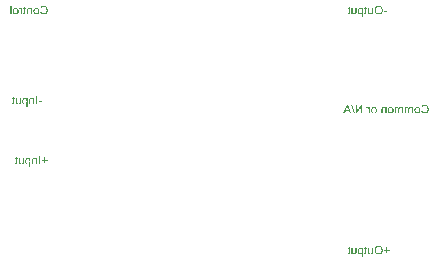
<source format=gbo>
%FSLAX33Y33*%
%MOMM*%
%LNbottom silkscreen_traces*%
%LNbottom silkscreen component c304839c2677ef3f*%
G36*
G01*
X60452Y2404D02*
X60452Y2603D01*
X60649Y2603D01*
X60649Y2686D01*
X60452Y2686D01*
X60452Y2884D01*
X60367Y2884D01*
X60367Y2686D01*
X60169Y2686D01*
X60169Y2603D01*
X60367Y2603D01*
X60367Y2404D01*
X60452Y2404D01*
X60452Y2404D01*
X60064Y2640D02*
X60057Y2726D01*
X60039Y2802D01*
X60009Y2868D01*
X59966Y2924D01*
X59914Y2969D01*
X59855Y3001D01*
X59789Y3020D01*
X59715Y3026D01*
X59666Y3023D01*
X59620Y3014D01*
X59575Y2999D01*
X59534Y2978D01*
X59496Y2952D01*
X59462Y2920D01*
X59434Y2885D01*
X59410Y2844D01*
X59392Y2799D01*
X59379Y2752D01*
X59371Y2702D01*
X59368Y2649D01*
X59371Y2595D01*
X59379Y2544D01*
X59393Y2496D01*
X59413Y2451D01*
X59437Y2410D01*
X59467Y2374D01*
X59501Y2344D01*
X59539Y2318D01*
X59581Y2299D01*
X59624Y2285D01*
X59649Y2280D01*
X59664Y2361D01*
X59617Y2375D01*
X59575Y2399D01*
X59537Y2432D01*
X59507Y2475D01*
X59485Y2525D01*
X59472Y2583D01*
X59467Y2649D01*
X59469Y2692D01*
X59475Y2732D01*
X59484Y2770D01*
X59497Y2804D01*
X59514Y2835D01*
X59534Y2863D01*
X59558Y2887D01*
X59585Y2907D01*
X59615Y2923D01*
X59646Y2934D01*
X59680Y2941D01*
X59715Y2943D01*
X59764Y2939D01*
X59810Y2926D01*
X59852Y2904D01*
X59891Y2873D01*
X59923Y2832D01*
X59946Y2779D01*
X59960Y2715D01*
X59964Y2639D01*
X59964Y2639D01*
X59960Y2576D01*
X59947Y2521D01*
X59925Y2473D01*
X59894Y2432D01*
X59856Y2399D01*
X59814Y2375D01*
X59767Y2361D01*
X59716Y2356D01*
X59664Y2361D01*
X59649Y2280D01*
X59669Y2276D01*
X59716Y2274D01*
X59766Y2277D01*
X59813Y2286D01*
X59858Y2302D01*
X59899Y2323D01*
X59937Y2350D01*
X59970Y2382D01*
X59999Y2418D01*
X60022Y2459D01*
X60040Y2502D01*
X60053Y2547D01*
X60061Y2593D01*
X60064Y2640D01*
X60064Y2640D01*
X58910Y2286D02*
X58910Y2363D01*
X58944Y2324D01*
X58983Y2296D01*
X59027Y2280D01*
X59077Y2274D01*
X59100Y2275D01*
X59122Y2279D01*
X59144Y2284D01*
X59164Y2292D01*
X59183Y2301D01*
X59200Y2312D01*
X59213Y2324D01*
X59224Y2337D01*
X59233Y2351D01*
X59241Y2367D01*
X59247Y2384D01*
X59252Y2403D01*
X59254Y2418D01*
X59256Y2437D01*
X59257Y2460D01*
X59257Y2486D01*
X59257Y2813D01*
X59168Y2813D01*
X59168Y2521D01*
X59168Y2489D01*
X59167Y2462D01*
X59165Y2441D01*
X59163Y2426D01*
X59157Y2410D01*
X59149Y2395D01*
X59139Y2382D01*
X59127Y2371D01*
X59112Y2362D01*
X59096Y2356D01*
X59079Y2352D01*
X59059Y2351D01*
X59040Y2352D01*
X59020Y2356D01*
X59002Y2363D01*
X58984Y2372D01*
X58968Y2383D01*
X58954Y2396D01*
X58943Y2411D01*
X58934Y2428D01*
X58928Y2447D01*
X58923Y2471D01*
X58920Y2499D01*
X58920Y2531D01*
X58920Y2813D01*
X58830Y2813D01*
X58830Y2286D01*
X58910Y2286D01*
X58910Y2286D01*
X58495Y2366D02*
X58482Y2287D01*
X58501Y2284D01*
X58518Y2281D01*
X58535Y2280D01*
X58550Y2279D01*
X58573Y2280D01*
X58593Y2283D01*
X58611Y2288D01*
X58625Y2294D01*
X58638Y2303D01*
X58648Y2312D01*
X58657Y2323D01*
X58663Y2335D01*
X58668Y2351D01*
X58671Y2374D01*
X58673Y2404D01*
X58674Y2440D01*
X58674Y2743D01*
X58739Y2743D01*
X58739Y2813D01*
X58674Y2813D01*
X58674Y2943D01*
X58585Y2997D01*
X58585Y2813D01*
X58495Y2813D01*
X58495Y2743D01*
X58585Y2743D01*
X58585Y2435D01*
X58585Y2418D01*
X58584Y2404D01*
X58583Y2393D01*
X58580Y2386D01*
X58578Y2381D01*
X58574Y2376D01*
X58570Y2372D01*
X58565Y2369D01*
X58559Y2366D01*
X58552Y2364D01*
X58544Y2363D01*
X58535Y2362D01*
X58527Y2363D01*
X58517Y2363D01*
X58507Y2364D01*
X58495Y2366D01*
X58495Y2366D01*
X58408Y2084D02*
X58408Y2813D01*
X58327Y2813D01*
X58327Y2744D01*
X58283Y2702D01*
X58283Y2701D01*
X58302Y2672D01*
X58316Y2636D01*
X58324Y2594D01*
X58327Y2546D01*
X58327Y2546D01*
X58325Y2499D01*
X58317Y2458D01*
X58304Y2424D01*
X58286Y2396D01*
X58264Y2375D01*
X58240Y2360D01*
X58214Y2351D01*
X58186Y2348D01*
X58158Y2351D01*
X58131Y2360D01*
X58107Y2376D01*
X58084Y2398D01*
X58066Y2427D01*
X58053Y2462D01*
X58045Y2505D01*
X58042Y2554D01*
X58045Y2601D01*
X58052Y2642D01*
X58065Y2676D01*
X58083Y2705D01*
X58105Y2727D01*
X58129Y2742D01*
X58155Y2752D01*
X58182Y2755D01*
X58210Y2751D01*
X58236Y2741D01*
X58261Y2725D01*
X58283Y2702D01*
X58327Y2744D01*
X58312Y2763D01*
X58296Y2780D01*
X58279Y2793D01*
X58262Y2805D01*
X58243Y2813D01*
X58222Y2820D01*
X58199Y2824D01*
X58174Y2825D01*
X58141Y2823D01*
X58110Y2816D01*
X58082Y2805D01*
X58055Y2790D01*
X58031Y2771D01*
X58010Y2748D01*
X57992Y2722D01*
X57977Y2692D01*
X57965Y2660D01*
X57957Y2626D01*
X57952Y2590D01*
X57951Y2553D01*
X57952Y2514D01*
X57958Y2477D01*
X57967Y2441D01*
X57980Y2408D01*
X57996Y2377D01*
X58015Y2351D01*
X58038Y2328D01*
X58064Y2309D01*
X58092Y2293D01*
X58121Y2283D01*
X58150Y2276D01*
X58180Y2274D01*
X58202Y2275D01*
X58223Y2279D01*
X58242Y2285D01*
X58260Y2293D01*
X58277Y2303D01*
X58293Y2314D01*
X58307Y2327D01*
X58319Y2341D01*
X58319Y2084D01*
X58408Y2084D01*
X58408Y2084D01*
X57498Y2286D02*
X57498Y2363D01*
X57531Y2324D01*
X57570Y2296D01*
X57615Y2280D01*
X57665Y2274D01*
X57688Y2275D01*
X57710Y2279D01*
X57731Y2284D01*
X57752Y2292D01*
X57771Y2301D01*
X57787Y2312D01*
X57801Y2324D01*
X57812Y2337D01*
X57821Y2351D01*
X57829Y2367D01*
X57835Y2384D01*
X57840Y2403D01*
X57842Y2418D01*
X57844Y2437D01*
X57845Y2460D01*
X57845Y2486D01*
X57845Y2813D01*
X57756Y2813D01*
X57756Y2521D01*
X57755Y2489D01*
X57754Y2462D01*
X57753Y2441D01*
X57750Y2426D01*
X57745Y2410D01*
X57737Y2395D01*
X57727Y2382D01*
X57715Y2371D01*
X57700Y2362D01*
X57684Y2356D01*
X57666Y2352D01*
X57647Y2351D01*
X57627Y2352D01*
X57608Y2356D01*
X57590Y2363D01*
X57572Y2372D01*
X57555Y2383D01*
X57542Y2396D01*
X57530Y2411D01*
X57522Y2428D01*
X57515Y2447D01*
X57511Y2471D01*
X57508Y2499D01*
X57507Y2531D01*
X57507Y2813D01*
X57418Y2813D01*
X57418Y2286D01*
X57498Y2286D01*
X57498Y2286D01*
X57083Y2366D02*
X57070Y2287D01*
X57088Y2284D01*
X57106Y2281D01*
X57122Y2280D01*
X57138Y2279D01*
X57160Y2280D01*
X57181Y2283D01*
X57198Y2288D01*
X57213Y2294D01*
X57225Y2303D01*
X57236Y2312D01*
X57244Y2323D01*
X57251Y2335D01*
X57255Y2351D01*
X57259Y2374D01*
X57261Y2404D01*
X57262Y2440D01*
X57262Y2743D01*
X57327Y2743D01*
X57327Y2813D01*
X57262Y2813D01*
X57262Y2943D01*
X57173Y2997D01*
X57173Y2813D01*
X57083Y2813D01*
X57083Y2743D01*
X57173Y2743D01*
X57173Y2435D01*
X57172Y2418D01*
X57172Y2404D01*
X57170Y2393D01*
X57168Y2386D01*
X57165Y2381D01*
X57162Y2376D01*
X57158Y2372D01*
X57153Y2369D01*
X57147Y2366D01*
X57140Y2364D01*
X57132Y2363D01*
X57122Y2362D01*
X57114Y2363D01*
X57105Y2363D01*
X57095Y2364D01*
X57083Y2366D01*
X57083Y2366D01*
X63411Y14479D02*
X63314Y14455D01*
X63333Y14399D01*
X63357Y14350D01*
X63387Y14309D01*
X63423Y14274D01*
X63465Y14247D01*
X63511Y14227D01*
X63561Y14215D01*
X63616Y14212D01*
X63672Y14215D01*
X63722Y14224D01*
X63767Y14239D01*
X63807Y14259D01*
X63841Y14286D01*
X63872Y14318D01*
X63898Y14355D01*
X63919Y14398D01*
X63936Y14444D01*
X63948Y14492D01*
X63955Y14542D01*
X63957Y14593D01*
X63955Y14648D01*
X63947Y14699D01*
X63933Y14747D01*
X63914Y14791D01*
X63890Y14831D01*
X63861Y14866D01*
X63828Y14895D01*
X63790Y14920D01*
X63749Y14939D01*
X63706Y14953D01*
X63661Y14961D01*
X63614Y14964D01*
X63562Y14960D01*
X63514Y14950D01*
X63470Y14932D01*
X63431Y14908D01*
X63396Y14878D01*
X63367Y14841D01*
X63344Y14799D01*
X63327Y14752D01*
X63422Y14730D01*
X63436Y14767D01*
X63453Y14798D01*
X63472Y14824D01*
X63495Y14845D01*
X63521Y14861D01*
X63549Y14872D01*
X63581Y14879D01*
X63616Y14881D01*
X63656Y14879D01*
X63693Y14871D01*
X63726Y14859D01*
X63756Y14841D01*
X63782Y14819D01*
X63804Y14794D01*
X63822Y14765D01*
X63835Y14733D01*
X63845Y14699D01*
X63852Y14664D01*
X63857Y14629D01*
X63858Y14594D01*
X63856Y14549D01*
X63851Y14507D01*
X63843Y14468D01*
X63831Y14432D01*
X63816Y14399D01*
X63797Y14371D01*
X63774Y14347D01*
X63747Y14328D01*
X63718Y14313D01*
X63688Y14303D01*
X63656Y14296D01*
X63624Y14294D01*
X63585Y14297D01*
X63549Y14306D01*
X63516Y14320D01*
X63487Y14341D01*
X63461Y14367D01*
X63440Y14399D01*
X63423Y14436D01*
X63411Y14479D01*
X63411Y14479D01*
X63241Y14487D02*
X63235Y14556D01*
X63220Y14615D01*
X63195Y14664D01*
X63159Y14704D01*
X63123Y14730D01*
X63084Y14748D01*
X63040Y14759D01*
X62993Y14763D01*
X62942Y14758D01*
X62895Y14745D01*
X62853Y14723D01*
X62816Y14692D01*
X62786Y14653D01*
X62764Y14607D01*
X62751Y14554D01*
X62747Y14495D01*
X62749Y14447D01*
X62755Y14404D01*
X62764Y14367D01*
X62777Y14335D01*
X62794Y14307D01*
X62815Y14283D01*
X62839Y14262D01*
X62866Y14244D01*
X62896Y14230D01*
X62927Y14220D01*
X62960Y14214D01*
X62993Y14212D01*
X63000Y14213D01*
X62993Y14286D01*
X62962Y14289D01*
X62933Y14298D01*
X62906Y14314D01*
X62883Y14336D01*
X62864Y14365D01*
X62850Y14400D01*
X62841Y14442D01*
X62839Y14490D01*
X62841Y14536D01*
X62850Y14576D01*
X62864Y14610D01*
X62883Y14638D01*
X62907Y14661D01*
X62933Y14676D01*
X62962Y14686D01*
X62993Y14689D01*
X63026Y14686D01*
X63055Y14676D01*
X63081Y14661D01*
X63105Y14639D01*
X63124Y14610D01*
X63138Y14576D01*
X63146Y14535D01*
X63149Y14487D01*
X63149Y14487D01*
X63146Y14440D01*
X63138Y14399D01*
X63124Y14364D01*
X63105Y14336D01*
X63081Y14314D01*
X63055Y14298D01*
X63026Y14289D01*
X62993Y14286D01*
X63000Y14213D01*
X63046Y14217D01*
X63094Y14230D01*
X63136Y14252D01*
X63172Y14283D01*
X63202Y14322D01*
X63223Y14370D01*
X63236Y14425D01*
X63241Y14487D01*
X63241Y14487D01*
X62642Y14224D02*
X62642Y14751D01*
X62562Y14751D01*
X62562Y14677D01*
X62549Y14695D01*
X62533Y14712D01*
X62516Y14726D01*
X62496Y14739D01*
X62475Y14750D01*
X62452Y14757D01*
X62428Y14761D01*
X62403Y14763D01*
X62375Y14761D01*
X62349Y14757D01*
X62327Y14749D01*
X62307Y14738D01*
X62289Y14725D01*
X62275Y14709D01*
X62263Y14691D01*
X62254Y14670D01*
X62220Y14711D01*
X62182Y14740D01*
X62139Y14757D01*
X62091Y14763D01*
X62054Y14760D01*
X62022Y14752D01*
X61994Y14738D01*
X61971Y14719D01*
X61952Y14695D01*
X61939Y14664D01*
X61931Y14628D01*
X61928Y14586D01*
X61928Y14224D01*
X62017Y14224D01*
X62017Y14556D01*
X62018Y14581D01*
X62019Y14602D01*
X62022Y14619D01*
X62026Y14633D01*
X62031Y14644D01*
X62038Y14654D01*
X62047Y14663D01*
X62057Y14671D01*
X62069Y14677D01*
X62082Y14682D01*
X62096Y14684D01*
X62111Y14685D01*
X62138Y14683D01*
X62162Y14676D01*
X62184Y14665D01*
X62203Y14648D01*
X62219Y14627D01*
X62231Y14600D01*
X62238Y14568D01*
X62240Y14530D01*
X62240Y14224D01*
X62329Y14224D01*
X62329Y14566D01*
X62331Y14594D01*
X62335Y14618D01*
X62341Y14639D01*
X62351Y14656D01*
X62364Y14669D01*
X62380Y14678D01*
X62399Y14684D01*
X62422Y14685D01*
X62441Y14684D01*
X62459Y14680D01*
X62476Y14674D01*
X62492Y14666D01*
X62507Y14654D01*
X62520Y14641D01*
X62530Y14625D01*
X62539Y14607D01*
X62545Y14586D01*
X62549Y14561D01*
X62552Y14531D01*
X62553Y14497D01*
X62553Y14224D01*
X62642Y14224D01*
X62642Y14224D01*
X61796Y14224D02*
X61796Y14751D01*
X61716Y14751D01*
X61716Y14677D01*
X61703Y14695D01*
X61687Y14712D01*
X61670Y14726D01*
X61650Y14739D01*
X61629Y14750D01*
X61606Y14757D01*
X61582Y14761D01*
X61556Y14763D01*
X61528Y14761D01*
X61503Y14757D01*
X61480Y14749D01*
X61460Y14738D01*
X61443Y14725D01*
X61428Y14709D01*
X61417Y14691D01*
X61407Y14670D01*
X61374Y14711D01*
X61336Y14740D01*
X61292Y14757D01*
X61245Y14763D01*
X61208Y14760D01*
X61175Y14752D01*
X61148Y14738D01*
X61124Y14719D01*
X61106Y14695D01*
X61093Y14664D01*
X61085Y14628D01*
X61082Y14586D01*
X61082Y14224D01*
X61171Y14224D01*
X61171Y14556D01*
X61171Y14581D01*
X61173Y14602D01*
X61176Y14619D01*
X61179Y14633D01*
X61185Y14644D01*
X61192Y14654D01*
X61200Y14663D01*
X61211Y14671D01*
X61223Y14677D01*
X61236Y14682D01*
X61250Y14684D01*
X61265Y14685D01*
X61291Y14683D01*
X61315Y14676D01*
X61337Y14665D01*
X61357Y14648D01*
X61373Y14627D01*
X61384Y14600D01*
X61391Y14568D01*
X61394Y14530D01*
X61394Y14224D01*
X61483Y14224D01*
X61483Y14566D01*
X61484Y14594D01*
X61488Y14618D01*
X61495Y14639D01*
X61505Y14656D01*
X61517Y14669D01*
X61533Y14678D01*
X61553Y14684D01*
X61576Y14685D01*
X61595Y14684D01*
X61612Y14680D01*
X61629Y14674D01*
X61646Y14666D01*
X61661Y14654D01*
X61673Y14641D01*
X61684Y14625D01*
X61692Y14607D01*
X61698Y14586D01*
X61703Y14561D01*
X61706Y14531D01*
X61707Y14497D01*
X61707Y14224D01*
X61796Y14224D01*
X61796Y14224D01*
X60983Y14487D02*
X60978Y14556D01*
X60962Y14615D01*
X60937Y14664D01*
X60901Y14704D01*
X60866Y14730D01*
X60826Y14748D01*
X60783Y14759D01*
X60736Y14763D01*
X60684Y14758D01*
X60637Y14745D01*
X60595Y14723D01*
X60558Y14692D01*
X60528Y14653D01*
X60506Y14607D01*
X60493Y14554D01*
X60489Y14495D01*
X60491Y14447D01*
X60497Y14404D01*
X60506Y14367D01*
X60520Y14335D01*
X60537Y14307D01*
X60557Y14283D01*
X60581Y14262D01*
X60608Y14244D01*
X60638Y14230D01*
X60669Y14220D01*
X60702Y14214D01*
X60736Y14212D01*
X60742Y14213D01*
X60736Y14286D01*
X60704Y14289D01*
X60675Y14298D01*
X60649Y14314D01*
X60625Y14336D01*
X60606Y14365D01*
X60592Y14400D01*
X60584Y14442D01*
X60581Y14490D01*
X60584Y14536D01*
X60592Y14576D01*
X60606Y14610D01*
X60625Y14638D01*
X60649Y14661D01*
X60675Y14676D01*
X60704Y14686D01*
X60736Y14689D01*
X60768Y14686D01*
X60797Y14676D01*
X60823Y14661D01*
X60847Y14639D01*
X60866Y14610D01*
X60880Y14576D01*
X60888Y14535D01*
X60891Y14487D01*
X60891Y14487D01*
X60888Y14440D01*
X60880Y14399D01*
X60866Y14364D01*
X60847Y14336D01*
X60823Y14314D01*
X60797Y14298D01*
X60768Y14289D01*
X60736Y14286D01*
X60742Y14213D01*
X60788Y14217D01*
X60836Y14230D01*
X60878Y14252D01*
X60915Y14283D01*
X60944Y14322D01*
X60966Y14370D01*
X60979Y14425D01*
X60983Y14487D01*
X60983Y14487D01*
X60384Y14224D02*
X60384Y14751D01*
X60304Y14751D01*
X60304Y14676D01*
X60272Y14714D01*
X60233Y14741D01*
X60188Y14757D01*
X60136Y14763D01*
X60113Y14762D01*
X60091Y14758D01*
X60069Y14753D01*
X60049Y14746D01*
X60030Y14736D01*
X60014Y14726D01*
X60000Y14714D01*
X59989Y14701D01*
X59980Y14686D01*
X59972Y14670D01*
X59966Y14653D01*
X59961Y14635D01*
X59959Y14620D01*
X59958Y14601D01*
X59957Y14577D01*
X59956Y14548D01*
X59956Y14224D01*
X60046Y14224D01*
X60046Y14544D01*
X60046Y14570D01*
X60048Y14592D01*
X60052Y14611D01*
X60056Y14626D01*
X60062Y14639D01*
X60071Y14650D01*
X60081Y14661D01*
X60093Y14669D01*
X60107Y14676D01*
X60122Y14681D01*
X60138Y14684D01*
X60155Y14685D01*
X60183Y14683D01*
X60208Y14676D01*
X60232Y14665D01*
X60254Y14649D01*
X60272Y14627D01*
X60285Y14597D01*
X60293Y14558D01*
X60295Y14512D01*
X60295Y14224D01*
X60384Y14224D01*
X60384Y14224D01*
X59570Y14487D02*
X59565Y14556D01*
X59550Y14615D01*
X59525Y14664D01*
X59489Y14704D01*
X59453Y14730D01*
X59414Y14748D01*
X59370Y14759D01*
X59323Y14763D01*
X59271Y14758D01*
X59225Y14745D01*
X59183Y14723D01*
X59146Y14692D01*
X59116Y14653D01*
X59094Y14607D01*
X59081Y14554D01*
X59077Y14495D01*
X59079Y14447D01*
X59084Y14404D01*
X59094Y14367D01*
X59107Y14335D01*
X59124Y14307D01*
X59145Y14283D01*
X59169Y14262D01*
X59196Y14244D01*
X59226Y14230D01*
X59257Y14220D01*
X59290Y14214D01*
X59323Y14212D01*
X59329Y14213D01*
X59323Y14286D01*
X59291Y14289D01*
X59262Y14298D01*
X59236Y14314D01*
X59213Y14336D01*
X59193Y14365D01*
X59180Y14400D01*
X59171Y14442D01*
X59169Y14490D01*
X59171Y14536D01*
X59180Y14576D01*
X59194Y14610D01*
X59213Y14638D01*
X59237Y14661D01*
X59263Y14676D01*
X59292Y14686D01*
X59323Y14689D01*
X59355Y14686D01*
X59385Y14676D01*
X59411Y14661D01*
X59434Y14639D01*
X59454Y14610D01*
X59468Y14576D01*
X59476Y14535D01*
X59479Y14487D01*
X59479Y14487D01*
X59476Y14440D01*
X59468Y14399D01*
X59454Y14364D01*
X59434Y14336D01*
X59411Y14314D01*
X59385Y14298D01*
X59355Y14289D01*
X59323Y14286D01*
X59329Y14213D01*
X59376Y14217D01*
X59423Y14230D01*
X59465Y14252D01*
X59502Y14283D01*
X59532Y14322D01*
X59553Y14370D01*
X59566Y14425D01*
X59570Y14487D01*
X59570Y14487D01*
X58973Y14224D02*
X58973Y14751D01*
X58893Y14751D01*
X58893Y14671D01*
X58878Y14697D01*
X58863Y14717D01*
X58849Y14734D01*
X58836Y14745D01*
X58823Y14753D01*
X58809Y14758D01*
X58794Y14762D01*
X58779Y14763D01*
X58756Y14761D01*
X58733Y14756D01*
X58710Y14747D01*
X58687Y14734D01*
X58718Y14651D01*
X58734Y14660D01*
X58750Y14666D01*
X58767Y14669D01*
X58783Y14670D01*
X58797Y14669D01*
X58811Y14666D01*
X58824Y14661D01*
X58836Y14653D01*
X58846Y14643D01*
X58856Y14632D01*
X58863Y14619D01*
X58869Y14604D01*
X58875Y14580D01*
X58880Y14554D01*
X58883Y14528D01*
X58884Y14500D01*
X58884Y14224D01*
X58973Y14224D01*
X58973Y14224D01*
X58341Y14224D02*
X58341Y14951D01*
X58242Y14951D01*
X57860Y14380D01*
X57860Y14951D01*
X57768Y14951D01*
X57768Y14224D01*
X57867Y14224D01*
X58249Y14796D01*
X58249Y14224D01*
X58341Y14224D01*
X58341Y14224D01*
X57685Y14212D02*
X57474Y14964D01*
X57402Y14964D01*
X57613Y14212D01*
X57685Y14212D01*
X57685Y14212D01*
X57404Y14224D02*
X57144Y14901D01*
X57075Y14875D01*
X57083Y14840D01*
X57092Y14805D01*
X57102Y14771D01*
X57114Y14736D01*
X57194Y14523D01*
X57194Y14523D01*
X56948Y14523D01*
X57023Y14724D01*
X57040Y14768D01*
X57054Y14808D01*
X57066Y14843D01*
X57075Y14875D01*
X57144Y14901D01*
X57125Y14951D01*
X57021Y14951D01*
X56723Y14224D01*
X56833Y14224D01*
X56918Y14444D01*
X57222Y14444D01*
X57302Y14224D01*
X57404Y14224D01*
X57404Y14224D01*
X60420Y22824D02*
X60420Y22914D01*
X60145Y22914D01*
X60145Y22824D01*
X60420Y22824D01*
X60420Y22824D01*
X60065Y22960D02*
X60058Y23046D01*
X60040Y23122D01*
X60010Y23188D01*
X59967Y23244D01*
X59915Y23289D01*
X59856Y23321D01*
X59790Y23340D01*
X59716Y23346D01*
X59667Y23343D01*
X59621Y23334D01*
X59576Y23319D01*
X59535Y23298D01*
X59497Y23272D01*
X59463Y23240D01*
X59435Y23205D01*
X59411Y23164D01*
X59393Y23119D01*
X59380Y23072D01*
X59372Y23022D01*
X59369Y22969D01*
X59372Y22915D01*
X59380Y22864D01*
X59394Y22816D01*
X59414Y22771D01*
X59438Y22730D01*
X59468Y22694D01*
X59502Y22664D01*
X59540Y22638D01*
X59582Y22619D01*
X59625Y22605D01*
X59650Y22600D01*
X59665Y22681D01*
X59618Y22695D01*
X59576Y22719D01*
X59538Y22752D01*
X59508Y22795D01*
X59486Y22845D01*
X59473Y22903D01*
X59468Y22969D01*
X59470Y23012D01*
X59476Y23052D01*
X59485Y23090D01*
X59498Y23124D01*
X59515Y23155D01*
X59535Y23183D01*
X59559Y23207D01*
X59586Y23227D01*
X59616Y23243D01*
X59647Y23254D01*
X59681Y23261D01*
X59716Y23263D01*
X59765Y23259D01*
X59811Y23246D01*
X59853Y23224D01*
X59892Y23193D01*
X59924Y23152D01*
X59947Y23099D01*
X59961Y23035D01*
X59965Y22959D01*
X59965Y22959D01*
X59961Y22896D01*
X59948Y22841D01*
X59926Y22793D01*
X59895Y22752D01*
X59857Y22719D01*
X59815Y22695D01*
X59768Y22681D01*
X59717Y22676D01*
X59665Y22681D01*
X59650Y22600D01*
X59670Y22596D01*
X59717Y22594D01*
X59767Y22597D01*
X59814Y22606D01*
X59859Y22622D01*
X59900Y22643D01*
X59938Y22670D01*
X59971Y22702D01*
X60000Y22738D01*
X60023Y22779D01*
X60041Y22822D01*
X60054Y22867D01*
X60062Y22913D01*
X60065Y22960D01*
X60065Y22960D01*
X58911Y22606D02*
X58911Y22683D01*
X58945Y22644D01*
X58984Y22616D01*
X59028Y22600D01*
X59078Y22594D01*
X59101Y22595D01*
X59123Y22599D01*
X59145Y22604D01*
X59165Y22612D01*
X59184Y22621D01*
X59201Y22632D01*
X59214Y22644D01*
X59225Y22657D01*
X59234Y22671D01*
X59242Y22687D01*
X59248Y22704D01*
X59253Y22723D01*
X59255Y22738D01*
X59257Y22757D01*
X59258Y22780D01*
X59258Y22806D01*
X59258Y23133D01*
X59169Y23133D01*
X59169Y22841D01*
X59169Y22809D01*
X59168Y22782D01*
X59166Y22761D01*
X59164Y22746D01*
X59158Y22730D01*
X59150Y22715D01*
X59140Y22702D01*
X59128Y22691D01*
X59113Y22682D01*
X59097Y22676D01*
X59080Y22672D01*
X59060Y22671D01*
X59041Y22672D01*
X59022Y22676D01*
X59003Y22683D01*
X58985Y22692D01*
X58969Y22703D01*
X58955Y22716D01*
X58944Y22731D01*
X58935Y22748D01*
X58929Y22767D01*
X58924Y22791D01*
X58921Y22819D01*
X58921Y22851D01*
X58921Y23133D01*
X58831Y23133D01*
X58831Y22606D01*
X58911Y22606D01*
X58911Y22606D01*
X58496Y22686D02*
X58483Y22607D01*
X58502Y22604D01*
X58519Y22601D01*
X58536Y22600D01*
X58551Y22599D01*
X58574Y22600D01*
X58594Y22603D01*
X58612Y22608D01*
X58626Y22614D01*
X58639Y22623D01*
X58649Y22632D01*
X58658Y22643D01*
X58664Y22655D01*
X58669Y22671D01*
X58672Y22694D01*
X58674Y22724D01*
X58675Y22760D01*
X58675Y23063D01*
X58740Y23063D01*
X58740Y23133D01*
X58675Y23133D01*
X58675Y23263D01*
X58586Y23317D01*
X58586Y23133D01*
X58496Y23133D01*
X58496Y23063D01*
X58586Y23063D01*
X58586Y22755D01*
X58586Y22738D01*
X58585Y22724D01*
X58584Y22713D01*
X58581Y22706D01*
X58579Y22701D01*
X58575Y22696D01*
X58571Y22692D01*
X58566Y22689D01*
X58560Y22686D01*
X58553Y22684D01*
X58545Y22683D01*
X58536Y22682D01*
X58528Y22683D01*
X58518Y22683D01*
X58508Y22684D01*
X58496Y22686D01*
X58496Y22686D01*
X58409Y22404D02*
X58409Y23133D01*
X58328Y23133D01*
X58328Y23064D01*
X58284Y23022D01*
X58284Y23021D01*
X58304Y22992D01*
X58317Y22956D01*
X58325Y22914D01*
X58328Y22866D01*
X58328Y22866D01*
X58326Y22819D01*
X58318Y22778D01*
X58305Y22744D01*
X58287Y22716D01*
X58265Y22695D01*
X58242Y22680D01*
X58216Y22671D01*
X58187Y22668D01*
X58159Y22671D01*
X58132Y22680D01*
X58108Y22696D01*
X58085Y22718D01*
X58067Y22747D01*
X58054Y22782D01*
X58046Y22825D01*
X58043Y22874D01*
X58046Y22921D01*
X58053Y22962D01*
X58066Y22996D01*
X58084Y23025D01*
X58106Y23047D01*
X58130Y23062D01*
X58156Y23072D01*
X58183Y23075D01*
X58211Y23071D01*
X58237Y23061D01*
X58262Y23045D01*
X58284Y23022D01*
X58328Y23064D01*
X58313Y23083D01*
X58297Y23100D01*
X58280Y23113D01*
X58263Y23125D01*
X58244Y23133D01*
X58223Y23140D01*
X58200Y23144D01*
X58175Y23145D01*
X58142Y23143D01*
X58111Y23136D01*
X58083Y23125D01*
X58056Y23110D01*
X58032Y23091D01*
X58011Y23068D01*
X57993Y23042D01*
X57978Y23012D01*
X57966Y22980D01*
X57958Y22946D01*
X57953Y22910D01*
X57952Y22873D01*
X57953Y22834D01*
X57959Y22797D01*
X57968Y22761D01*
X57981Y22728D01*
X57997Y22697D01*
X58016Y22671D01*
X58039Y22648D01*
X58065Y22629D01*
X58093Y22613D01*
X58122Y22603D01*
X58151Y22596D01*
X58181Y22594D01*
X58203Y22595D01*
X58224Y22599D01*
X58243Y22605D01*
X58261Y22613D01*
X58278Y22623D01*
X58294Y22634D01*
X58308Y22647D01*
X58320Y22661D01*
X58320Y22404D01*
X58409Y22404D01*
X58409Y22404D01*
X57499Y22606D02*
X57499Y22683D01*
X57532Y22644D01*
X57571Y22616D01*
X57616Y22600D01*
X57666Y22594D01*
X57689Y22595D01*
X57711Y22599D01*
X57732Y22604D01*
X57753Y22612D01*
X57772Y22621D01*
X57788Y22632D01*
X57802Y22644D01*
X57813Y22657D01*
X57822Y22671D01*
X57830Y22687D01*
X57836Y22704D01*
X57841Y22723D01*
X57843Y22738D01*
X57845Y22757D01*
X57846Y22780D01*
X57846Y22806D01*
X57846Y23133D01*
X57757Y23133D01*
X57757Y22841D01*
X57756Y22809D01*
X57755Y22782D01*
X57754Y22761D01*
X57751Y22746D01*
X57746Y22730D01*
X57738Y22715D01*
X57728Y22702D01*
X57716Y22691D01*
X57701Y22682D01*
X57685Y22676D01*
X57667Y22672D01*
X57648Y22671D01*
X57628Y22672D01*
X57609Y22676D01*
X57591Y22683D01*
X57573Y22692D01*
X57556Y22703D01*
X57543Y22716D01*
X57531Y22731D01*
X57523Y22748D01*
X57516Y22767D01*
X57512Y22791D01*
X57509Y22819D01*
X57508Y22851D01*
X57508Y23133D01*
X57419Y23133D01*
X57419Y22606D01*
X57499Y22606D01*
X57499Y22606D01*
X57084Y22686D02*
X57071Y22607D01*
X57089Y22604D01*
X57107Y22601D01*
X57123Y22600D01*
X57139Y22599D01*
X57162Y22600D01*
X57182Y22603D01*
X57199Y22608D01*
X57214Y22614D01*
X57226Y22623D01*
X57237Y22632D01*
X57245Y22643D01*
X57252Y22655D01*
X57256Y22671D01*
X57260Y22694D01*
X57262Y22724D01*
X57263Y22760D01*
X57263Y23063D01*
X57328Y23063D01*
X57328Y23133D01*
X57263Y23133D01*
X57263Y23263D01*
X57174Y23317D01*
X57174Y23133D01*
X57084Y23133D01*
X57084Y23063D01*
X57174Y23063D01*
X57174Y22755D01*
X57173Y22738D01*
X57173Y22724D01*
X57171Y22713D01*
X57169Y22706D01*
X57166Y22701D01*
X57163Y22696D01*
X57159Y22692D01*
X57154Y22689D01*
X57148Y22686D01*
X57141Y22684D01*
X57133Y22683D01*
X57123Y22682D01*
X57115Y22683D01*
X57106Y22683D01*
X57096Y22684D01*
X57084Y22686D01*
X57084Y22686D01*
X31496Y10024D02*
X31496Y10223D01*
X31693Y10223D01*
X31693Y10306D01*
X31496Y10306D01*
X31496Y10504D01*
X31411Y10504D01*
X31411Y10306D01*
X31213Y10306D01*
X31213Y10223D01*
X31411Y10223D01*
X31411Y10024D01*
X31496Y10024D01*
X31496Y10024D01*
X31062Y9906D02*
X31062Y10633D01*
X30966Y10633D01*
X30966Y9906D01*
X31062Y9906D01*
X31062Y9906D01*
X30807Y9906D02*
X30807Y10433D01*
X30727Y10433D01*
X30727Y10358D01*
X30695Y10396D01*
X30656Y10423D01*
X30611Y10439D01*
X30559Y10445D01*
X30536Y10444D01*
X30514Y10440D01*
X30492Y10435D01*
X30472Y10428D01*
X30453Y10418D01*
X30437Y10408D01*
X30423Y10396D01*
X30412Y10383D01*
X30403Y10368D01*
X30395Y10352D01*
X30389Y10335D01*
X30384Y10317D01*
X30382Y10302D01*
X30381Y10283D01*
X30380Y10259D01*
X30379Y10230D01*
X30379Y9906D01*
X30469Y9906D01*
X30469Y10226D01*
X30469Y10252D01*
X30471Y10274D01*
X30474Y10293D01*
X30479Y10308D01*
X30485Y10321D01*
X30493Y10332D01*
X30504Y10342D01*
X30516Y10351D01*
X30530Y10358D01*
X30545Y10363D01*
X30561Y10366D01*
X30578Y10367D01*
X30606Y10365D01*
X30631Y10358D01*
X30655Y10347D01*
X30677Y10331D01*
X30695Y10309D01*
X30708Y10279D01*
X30716Y10240D01*
X30718Y10194D01*
X30718Y9906D01*
X30807Y9906D01*
X30807Y9906D01*
X30242Y9704D02*
X30242Y10433D01*
X30161Y10433D01*
X30161Y10364D01*
X30117Y10322D01*
X30118Y10321D01*
X30137Y10292D01*
X30151Y10256D01*
X30159Y10214D01*
X30161Y10166D01*
X30161Y10166D01*
X30159Y10119D01*
X30151Y10078D01*
X30138Y10044D01*
X30120Y10016D01*
X30099Y9995D01*
X30075Y9980D01*
X30049Y9971D01*
X30021Y9968D01*
X29992Y9971D01*
X29965Y9980D01*
X29941Y9996D01*
X29919Y10018D01*
X29900Y10047D01*
X29887Y10082D01*
X29879Y10125D01*
X29876Y10174D01*
X29879Y10221D01*
X29887Y10262D01*
X29900Y10296D01*
X29918Y10325D01*
X29939Y10347D01*
X29963Y10362D01*
X29989Y10372D01*
X30017Y10375D01*
X30044Y10371D01*
X30070Y10361D01*
X30095Y10345D01*
X30117Y10322D01*
X30161Y10364D01*
X30146Y10383D01*
X30130Y10400D01*
X30114Y10413D01*
X30096Y10425D01*
X30077Y10433D01*
X30056Y10440D01*
X30033Y10444D01*
X30008Y10445D01*
X29975Y10443D01*
X29945Y10436D01*
X29916Y10425D01*
X29889Y10410D01*
X29865Y10391D01*
X29844Y10368D01*
X29826Y10342D01*
X29811Y10312D01*
X29800Y10280D01*
X29792Y10246D01*
X29787Y10210D01*
X29785Y10173D01*
X29787Y10134D01*
X29792Y10097D01*
X29801Y10061D01*
X29814Y10028D01*
X29830Y9997D01*
X29850Y9971D01*
X29872Y9948D01*
X29898Y9929D01*
X29926Y9913D01*
X29955Y9903D01*
X29984Y9896D01*
X30015Y9894D01*
X30036Y9895D01*
X30057Y9899D01*
X30076Y9905D01*
X30095Y9913D01*
X30112Y9923D01*
X30127Y9934D01*
X30141Y9947D01*
X30153Y9961D01*
X30153Y9704D01*
X30242Y9704D01*
X30242Y9704D01*
X29332Y9906D02*
X29332Y9983D01*
X29366Y9944D01*
X29405Y9916D01*
X29449Y9900D01*
X29499Y9894D01*
X29522Y9895D01*
X29544Y9899D01*
X29566Y9904D01*
X29586Y9912D01*
X29605Y9921D01*
X29621Y9932D01*
X29635Y9944D01*
X29646Y9957D01*
X29655Y9971D01*
X29663Y9987D01*
X29669Y10004D01*
X29674Y10023D01*
X29676Y10038D01*
X29678Y10057D01*
X29679Y10080D01*
X29679Y10106D01*
X29679Y10433D01*
X29590Y10433D01*
X29590Y10141D01*
X29590Y10109D01*
X29589Y10082D01*
X29587Y10061D01*
X29585Y10046D01*
X29579Y10030D01*
X29571Y10015D01*
X29561Y10002D01*
X29549Y9991D01*
X29534Y9982D01*
X29518Y9976D01*
X29501Y9972D01*
X29481Y9971D01*
X29462Y9972D01*
X29442Y9976D01*
X29424Y9983D01*
X29406Y9992D01*
X29390Y10003D01*
X29376Y10016D01*
X29365Y10031D01*
X29356Y10048D01*
X29350Y10067D01*
X29345Y10091D01*
X29342Y10119D01*
X29341Y10151D01*
X29341Y10433D01*
X29252Y10433D01*
X29252Y9906D01*
X29332Y9906D01*
X29332Y9906D01*
X28917Y9986D02*
X28904Y9907D01*
X28923Y9904D01*
X28940Y9901D01*
X28956Y9900D01*
X28972Y9899D01*
X28995Y9900D01*
X29015Y9903D01*
X29032Y9908D01*
X29047Y9914D01*
X29060Y9923D01*
X29070Y9932D01*
X29079Y9943D01*
X29085Y9955D01*
X29090Y9971D01*
X29093Y9994D01*
X29095Y10024D01*
X29096Y10060D01*
X29096Y10363D01*
X29161Y10363D01*
X29161Y10433D01*
X29096Y10433D01*
X29096Y10563D01*
X29007Y10617D01*
X29007Y10433D01*
X28917Y10433D01*
X28917Y10363D01*
X29007Y10363D01*
X29007Y10055D01*
X29007Y10038D01*
X29006Y10024D01*
X29004Y10013D01*
X29002Y10006D01*
X29000Y10001D01*
X28996Y9996D01*
X28992Y9992D01*
X28987Y9989D01*
X28981Y9986D01*
X28974Y9984D01*
X28966Y9983D01*
X28956Y9982D01*
X28948Y9983D01*
X28939Y9983D01*
X28929Y9984D01*
X28917Y9986D01*
X28917Y9986D01*
X31210Y15204D02*
X31210Y15294D01*
X30935Y15294D01*
X30935Y15204D01*
X31210Y15204D01*
X31210Y15204D01*
X30809Y14986D02*
X30809Y15713D01*
X30713Y15713D01*
X30713Y14986D01*
X30809Y14986D01*
X30809Y14986D01*
X30554Y14986D02*
X30554Y15513D01*
X30474Y15513D01*
X30474Y15438D01*
X30442Y15476D01*
X30403Y15503D01*
X30358Y15519D01*
X30306Y15525D01*
X30283Y15524D01*
X30261Y15520D01*
X30239Y15515D01*
X30219Y15508D01*
X30200Y15498D01*
X30184Y15488D01*
X30170Y15476D01*
X30159Y15463D01*
X30150Y15448D01*
X30142Y15432D01*
X30136Y15415D01*
X30131Y15397D01*
X30129Y15382D01*
X30128Y15363D01*
X30127Y15339D01*
X30126Y15310D01*
X30126Y14986D01*
X30216Y14986D01*
X30216Y15306D01*
X30216Y15332D01*
X30218Y15354D01*
X30221Y15373D01*
X30226Y15388D01*
X30232Y15401D01*
X30240Y15412D01*
X30251Y15422D01*
X30263Y15431D01*
X30277Y15438D01*
X30292Y15443D01*
X30308Y15446D01*
X30325Y15447D01*
X30353Y15445D01*
X30378Y15438D01*
X30402Y15427D01*
X30424Y15411D01*
X30442Y15389D01*
X30455Y15359D01*
X30463Y15320D01*
X30465Y15274D01*
X30465Y14986D01*
X30554Y14986D01*
X30554Y14986D01*
X29989Y14784D02*
X29989Y15513D01*
X29908Y15513D01*
X29908Y15444D01*
X29864Y15402D01*
X29865Y15401D01*
X29884Y15372D01*
X29898Y15336D01*
X29906Y15294D01*
X29909Y15246D01*
X29909Y15246D01*
X29906Y15199D01*
X29898Y15158D01*
X29885Y15124D01*
X29867Y15096D01*
X29846Y15075D01*
X29822Y15060D01*
X29796Y15051D01*
X29768Y15048D01*
X29739Y15051D01*
X29712Y15060D01*
X29688Y15076D01*
X29666Y15098D01*
X29647Y15127D01*
X29634Y15162D01*
X29626Y15205D01*
X29623Y15254D01*
X29626Y15301D01*
X29634Y15342D01*
X29647Y15376D01*
X29665Y15405D01*
X29686Y15427D01*
X29710Y15442D01*
X29736Y15452D01*
X29764Y15455D01*
X29791Y15451D01*
X29817Y15441D01*
X29842Y15425D01*
X29864Y15402D01*
X29908Y15444D01*
X29893Y15463D01*
X29877Y15480D01*
X29861Y15493D01*
X29843Y15505D01*
X29824Y15513D01*
X29803Y15520D01*
X29780Y15524D01*
X29755Y15525D01*
X29722Y15523D01*
X29692Y15516D01*
X29663Y15505D01*
X29636Y15490D01*
X29612Y15471D01*
X29591Y15448D01*
X29573Y15422D01*
X29558Y15392D01*
X29547Y15360D01*
X29539Y15326D01*
X29534Y15290D01*
X29532Y15253D01*
X29534Y15214D01*
X29539Y15177D01*
X29548Y15141D01*
X29561Y15108D01*
X29577Y15077D01*
X29597Y15051D01*
X29619Y15028D01*
X29645Y15009D01*
X29673Y14993D01*
X29702Y14983D01*
X29732Y14976D01*
X29762Y14974D01*
X29783Y14975D01*
X29804Y14979D01*
X29823Y14985D01*
X29842Y14993D01*
X29859Y15003D01*
X29874Y15014D01*
X29888Y15027D01*
X29900Y15041D01*
X29900Y14784D01*
X29989Y14784D01*
X29989Y14784D01*
X29079Y14986D02*
X29079Y15063D01*
X29113Y15024D01*
X29152Y14996D01*
X29196Y14980D01*
X29246Y14974D01*
X29269Y14975D01*
X29291Y14979D01*
X29313Y14984D01*
X29333Y14992D01*
X29352Y15001D01*
X29369Y15012D01*
X29382Y15024D01*
X29393Y15037D01*
X29402Y15051D01*
X29410Y15067D01*
X29416Y15084D01*
X29421Y15103D01*
X29423Y15118D01*
X29425Y15137D01*
X29426Y15160D01*
X29426Y15186D01*
X29426Y15513D01*
X29337Y15513D01*
X29337Y15221D01*
X29337Y15189D01*
X29336Y15162D01*
X29334Y15141D01*
X29332Y15126D01*
X29326Y15110D01*
X29318Y15095D01*
X29308Y15082D01*
X29296Y15071D01*
X29281Y15062D01*
X29265Y15056D01*
X29248Y15052D01*
X29228Y15051D01*
X29209Y15052D01*
X29189Y15056D01*
X29171Y15063D01*
X29153Y15072D01*
X29137Y15083D01*
X29123Y15096D01*
X29112Y15111D01*
X29103Y15128D01*
X29097Y15147D01*
X29092Y15171D01*
X29089Y15199D01*
X29088Y15231D01*
X29088Y15513D01*
X28999Y15513D01*
X28999Y14986D01*
X29079Y14986D01*
X29079Y14986D01*
X28664Y15066D02*
X28651Y14987D01*
X28670Y14984D01*
X28687Y14981D01*
X28703Y14980D01*
X28719Y14979D01*
X28742Y14980D01*
X28762Y14983D01*
X28780Y14988D01*
X28794Y14994D01*
X28807Y15003D01*
X28817Y15012D01*
X28826Y15023D01*
X28832Y15035D01*
X28837Y15051D01*
X28840Y15074D01*
X28842Y15104D01*
X28843Y15140D01*
X28843Y15443D01*
X28908Y15443D01*
X28908Y15513D01*
X28843Y15513D01*
X28843Y15643D01*
X28754Y15697D01*
X28754Y15513D01*
X28664Y15513D01*
X28664Y15443D01*
X28754Y15443D01*
X28754Y15135D01*
X28754Y15118D01*
X28753Y15104D01*
X28751Y15093D01*
X28749Y15086D01*
X28747Y15081D01*
X28743Y15076D01*
X28739Y15072D01*
X28734Y15069D01*
X28728Y15066D01*
X28721Y15064D01*
X28713Y15063D01*
X28703Y15062D01*
X28695Y15063D01*
X28686Y15063D01*
X28676Y15064D01*
X28664Y15066D01*
X28664Y15066D01*
X31153Y22861D02*
X31056Y22837D01*
X31075Y22781D01*
X31099Y22732D01*
X31129Y22691D01*
X31165Y22656D01*
X31207Y22629D01*
X31253Y22609D01*
X31303Y22597D01*
X31358Y22594D01*
X31414Y22597D01*
X31464Y22606D01*
X31509Y22621D01*
X31549Y22641D01*
X31583Y22668D01*
X31614Y22700D01*
X31640Y22737D01*
X31661Y22780D01*
X31678Y22826D01*
X31690Y22874D01*
X31697Y22924D01*
X31699Y22975D01*
X31697Y23030D01*
X31689Y23081D01*
X31675Y23129D01*
X31656Y23173D01*
X31632Y23213D01*
X31603Y23248D01*
X31570Y23277D01*
X31532Y23302D01*
X31491Y23321D01*
X31448Y23335D01*
X31403Y23343D01*
X31356Y23346D01*
X31304Y23342D01*
X31256Y23332D01*
X31212Y23314D01*
X31173Y23290D01*
X31138Y23260D01*
X31109Y23223D01*
X31086Y23181D01*
X31069Y23134D01*
X31164Y23112D01*
X31178Y23149D01*
X31195Y23180D01*
X31214Y23206D01*
X31237Y23227D01*
X31263Y23243D01*
X31291Y23254D01*
X31323Y23261D01*
X31358Y23263D01*
X31398Y23261D01*
X31435Y23253D01*
X31468Y23241D01*
X31498Y23223D01*
X31524Y23201D01*
X31546Y23176D01*
X31564Y23147D01*
X31577Y23115D01*
X31587Y23081D01*
X31594Y23046D01*
X31599Y23011D01*
X31600Y22976D01*
X31598Y22931D01*
X31593Y22889D01*
X31585Y22850D01*
X31573Y22814D01*
X31558Y22781D01*
X31539Y22753D01*
X31516Y22729D01*
X31489Y22710D01*
X31460Y22695D01*
X31430Y22685D01*
X31398Y22678D01*
X31366Y22676D01*
X31327Y22679D01*
X31291Y22688D01*
X31258Y22702D01*
X31229Y22723D01*
X31203Y22749D01*
X31182Y22781D01*
X31165Y22818D01*
X31153Y22861D01*
X31153Y22861D01*
X30983Y22869D02*
X30977Y22938D01*
X30962Y22997D01*
X30937Y23046D01*
X30901Y23086D01*
X30865Y23112D01*
X30826Y23130D01*
X30782Y23141D01*
X30735Y23145D01*
X30684Y23140D01*
X30637Y23127D01*
X30595Y23105D01*
X30558Y23074D01*
X30528Y23035D01*
X30506Y22989D01*
X30493Y22936D01*
X30489Y22877D01*
X30491Y22829D01*
X30497Y22786D01*
X30506Y22749D01*
X30519Y22717D01*
X30536Y22689D01*
X30557Y22665D01*
X30581Y22644D01*
X30608Y22626D01*
X30638Y22612D01*
X30669Y22602D01*
X30702Y22596D01*
X30735Y22594D01*
X30742Y22595D01*
X30735Y22668D01*
X30704Y22671D01*
X30675Y22680D01*
X30648Y22696D01*
X30625Y22718D01*
X30606Y22747D01*
X30592Y22782D01*
X30583Y22824D01*
X30581Y22872D01*
X30583Y22918D01*
X30592Y22958D01*
X30606Y22992D01*
X30625Y23020D01*
X30649Y23043D01*
X30675Y23058D01*
X30704Y23068D01*
X30735Y23071D01*
X30768Y23068D01*
X30797Y23058D01*
X30823Y23043D01*
X30847Y23021D01*
X30866Y22992D01*
X30880Y22958D01*
X30888Y22917D01*
X30891Y22869D01*
X30891Y22869D01*
X30888Y22822D01*
X30880Y22781D01*
X30866Y22746D01*
X30847Y22718D01*
X30823Y22696D01*
X30797Y22680D01*
X30768Y22671D01*
X30735Y22668D01*
X30742Y22595D01*
X30788Y22599D01*
X30836Y22612D01*
X30878Y22634D01*
X30914Y22665D01*
X30944Y22704D01*
X30965Y22752D01*
X30978Y22807D01*
X30983Y22869D01*
X30983Y22869D01*
X30384Y22606D02*
X30384Y23133D01*
X30304Y23133D01*
X30304Y23058D01*
X30272Y23096D01*
X30233Y23123D01*
X30188Y23139D01*
X30136Y23145D01*
X30113Y23144D01*
X30090Y23140D01*
X30069Y23135D01*
X30049Y23128D01*
X30030Y23118D01*
X30014Y23108D01*
X30000Y23096D01*
X29989Y23083D01*
X29980Y23068D01*
X29972Y23052D01*
X29966Y23035D01*
X29961Y23017D01*
X29959Y23002D01*
X29957Y22983D01*
X29956Y22959D01*
X29956Y22930D01*
X29956Y22606D01*
X30045Y22606D01*
X30045Y22926D01*
X30046Y22952D01*
X30048Y22974D01*
X30051Y22993D01*
X30056Y23008D01*
X30062Y23021D01*
X30070Y23032D01*
X30081Y23043D01*
X30093Y23051D01*
X30107Y23058D01*
X30122Y23063D01*
X30138Y23066D01*
X30155Y23067D01*
X30183Y23065D01*
X30208Y23058D01*
X30232Y23047D01*
X30254Y23031D01*
X30272Y23009D01*
X30285Y22979D01*
X30292Y22940D01*
X30295Y22894D01*
X30295Y22606D01*
X30384Y22606D01*
X30384Y22606D01*
X29624Y22686D02*
X29611Y22607D01*
X29630Y22604D01*
X29647Y22601D01*
X29663Y22600D01*
X29679Y22599D01*
X29702Y22600D01*
X29722Y22603D01*
X29739Y22608D01*
X29754Y22614D01*
X29767Y22623D01*
X29777Y22632D01*
X29785Y22643D01*
X29792Y22655D01*
X29797Y22671D01*
X29800Y22694D01*
X29802Y22724D01*
X29803Y22760D01*
X29803Y23063D01*
X29868Y23063D01*
X29868Y23133D01*
X29803Y23133D01*
X29803Y23263D01*
X29714Y23317D01*
X29714Y23133D01*
X29624Y23133D01*
X29624Y23063D01*
X29714Y23063D01*
X29714Y22755D01*
X29714Y22738D01*
X29713Y22724D01*
X29711Y22713D01*
X29709Y22706D01*
X29707Y22701D01*
X29703Y22696D01*
X29699Y22692D01*
X29694Y22689D01*
X29688Y22686D01*
X29681Y22684D01*
X29673Y22683D01*
X29663Y22682D01*
X29655Y22683D01*
X29646Y22683D01*
X29636Y22684D01*
X29624Y22686D01*
X29624Y22686D01*
X29538Y22606D02*
X29538Y23133D01*
X29458Y23133D01*
X29458Y23053D01*
X29442Y23079D01*
X29428Y23099D01*
X29414Y23116D01*
X29401Y23127D01*
X29387Y23135D01*
X29373Y23140D01*
X29359Y23144D01*
X29343Y23145D01*
X29321Y23143D01*
X29298Y23138D01*
X29275Y23129D01*
X29252Y23116D01*
X29282Y23033D01*
X29299Y23042D01*
X29315Y23048D01*
X29332Y23051D01*
X29348Y23052D01*
X29362Y23051D01*
X29376Y23048D01*
X29388Y23043D01*
X29400Y23035D01*
X29411Y23025D01*
X29420Y23014D01*
X29428Y23001D01*
X29434Y22986D01*
X29440Y22962D01*
X29445Y22936D01*
X29448Y22910D01*
X29449Y22882D01*
X29449Y22606D01*
X29538Y22606D01*
X29538Y22606D01*
X29232Y22869D02*
X29227Y22938D01*
X29211Y22997D01*
X29186Y23046D01*
X29150Y23086D01*
X29115Y23112D01*
X29075Y23130D01*
X29032Y23141D01*
X28985Y23145D01*
X28933Y23140D01*
X28886Y23127D01*
X28844Y23105D01*
X28807Y23074D01*
X28777Y23035D01*
X28755Y22989D01*
X28743Y22936D01*
X28738Y22877D01*
X28740Y22829D01*
X28746Y22786D01*
X28755Y22749D01*
X28769Y22717D01*
X28786Y22689D01*
X28806Y22665D01*
X28830Y22644D01*
X28858Y22626D01*
X28887Y22612D01*
X28918Y22602D01*
X28951Y22596D01*
X28985Y22594D01*
X28991Y22595D01*
X28985Y22668D01*
X28953Y22671D01*
X28924Y22680D01*
X28898Y22696D01*
X28874Y22718D01*
X28855Y22747D01*
X28841Y22782D01*
X28833Y22824D01*
X28830Y22872D01*
X28833Y22918D01*
X28841Y22958D01*
X28855Y22992D01*
X28874Y23020D01*
X28898Y23043D01*
X28924Y23058D01*
X28953Y23068D01*
X28985Y23071D01*
X29017Y23068D01*
X29046Y23058D01*
X29072Y23043D01*
X29096Y23021D01*
X29115Y22992D01*
X29129Y22958D01*
X29137Y22917D01*
X29140Y22869D01*
X29140Y22869D01*
X29137Y22822D01*
X29129Y22781D01*
X29115Y22746D01*
X29096Y22718D01*
X29072Y22696D01*
X29046Y22680D01*
X29017Y22671D01*
X28985Y22668D01*
X28991Y22595D01*
X29037Y22599D01*
X29085Y22612D01*
X29127Y22634D01*
X29164Y22665D01*
X29193Y22704D01*
X29215Y22752D01*
X29228Y22807D01*
X29232Y22869D01*
X29232Y22869D01*
X28636Y22606D02*
X28636Y23333D01*
X28546Y23333D01*
X28546Y22606D01*
X28636Y22606D01*
X28636Y22606D01*
G37*
M02*
</source>
